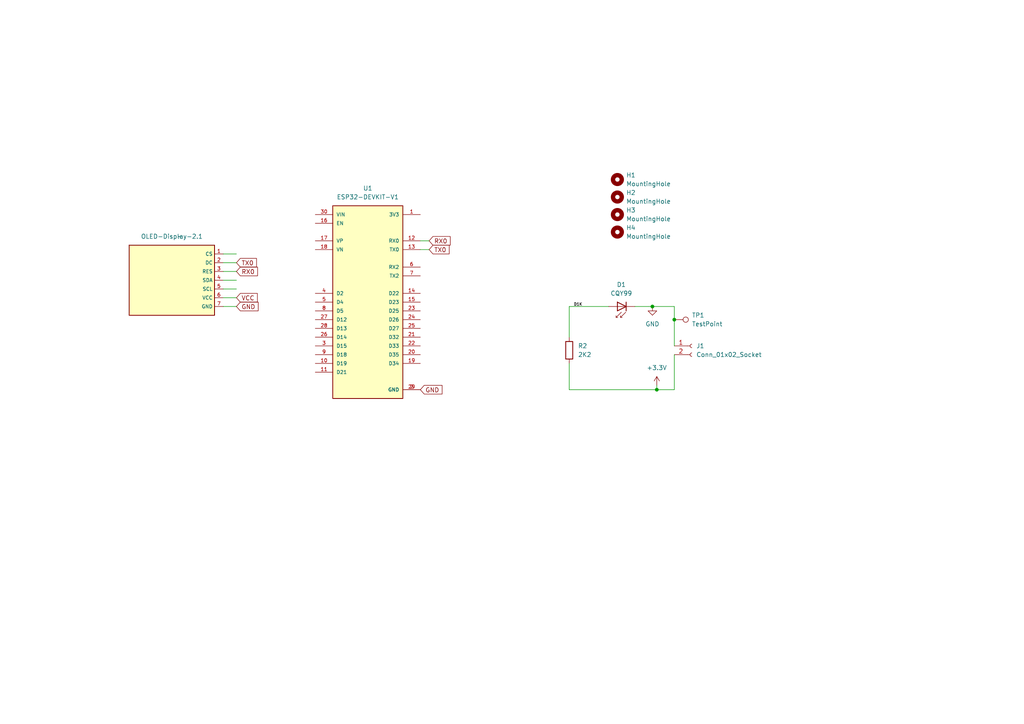
<source format=kicad_sch>
(kicad_sch (version 20230121) (generator eeschema)
  (paper "A4")
  (lib_symbols
    (symbol "Connector:Conn_01x02_Socket" (pin_names (offset 1.016) hide)
      (property "Reference" "J" (at 0 2.54 0))
      (property "Value" "Conn_01x02_Socket" (at 0 -5.08 0))
      (symbol "Conn_01x02_Socket_1_1"
        (arc (start 0 -2.032) (mid -0.5058 -2.54) (end 0 -3.048) (stroke (width 0.1524)))
        (polyline (pts (xy -1.27 -2.54) (xy -0.508 -2.54)) (stroke (width 0.1524)))
        (polyline (pts (xy -1.27 0) (xy -0.508 0)) (stroke (width 0.1524)))
        (arc (start 0 0.508) (mid -0.5058 0) (end 0 -0.508) (stroke (width 0.1524)))
        (pin passive line (at -5.08 0 0) (length 3.81) (name "Pin_1") (number "1"))
        (pin passive line (at -5.08 -2.54 0) (length 3.81) (name "Pin_2") (number "2"))
      )
    )
    (symbol "Connector:TestPoint" (pin_numbers hide) (pin_names (offset 0.762) hide)
      (property "Reference" "TP" (at 0 6.858 0))
      (property "Value" "TestPoint" (at 0 5.08 0))
      (symbol "TestPoint_0_1"
        (circle (center 0 3.302) (radius 0.762))
      )
      (symbol "TestPoint_1_1"
        (pin passive line (at 0 0 90) (length 2.54) (name "1") (number "1"))
      )
    )
    (symbol "Device:R" (pin_numbers hide) (pin_names (offset 0))
      (property "Reference" "R" (at 2.032 0 90))
      (property "Value" "R" (at 0 0 90))
      (symbol "R_0_1"
        (rectangle (start -1.016 -2.54) (end 1.016 2.54) (stroke (width 0.254)))
      )
      (symbol "R_1_1"
        (pin passive line (at 0 3.81 270) (length 1.27) (name "~") (number "1"))
        (pin passive line (at 0 -3.81 90) (length 1.27) (name "~") (number "2"))
      )
    )
    (symbol "ESP32-DEVKIT-V1:ESP32-DEVKIT-V1" (pin_names (offset 1.016))
      (property "Reference" "U" (at -10.16 30.48 0))
      (property "Value" "ESP32-DEVKIT-V1" (at -10.16 -30.48 0))
      (symbol "ESP32-DEVKIT-V1_0_0"
        (rectangle (start -10.16 -27.94) (end 10.16 27.94) (stroke (width 0.254)) (fill (type background)))
        (pin output line (at 15.24 25.4 180) (length 5.08) (name "3V3") (number "1"))
        (pin bidirectional line (at -15.24 -17.78 0) (length 5.08) (name "D19") (number "10"))
        (pin bidirectional line (at -15.24 -20.32 0) (length 5.08) (name "D21") (number "11"))
        (pin input line (at 15.24 17.78 180) (length 5.08) (name "RX0") (number "12"))
        (pin output line (at 15.24 15.24 180) (length 5.08) (name "TX0") (number "13"))
        (pin bidirectional line (at 15.24 2.54 180) (length 5.08) (name "D22") (number "14"))
        (pin bidirectional line (at 15.24 0 180) (length 5.08) (name "D23") (number "15"))
        (pin input line (at -15.24 22.86 0) (length 5.08) (name "EN") (number "16"))
        (pin bidirectional line (at -15.24 17.78 0) (length 5.08) (name "VP") (number "17"))
        (pin bidirectional line (at -15.24 15.24 0) (length 5.08) (name "VN") (number "18"))
        (pin bidirectional line (at 15.24 -17.78 180) (length 5.08) (name "D34") (number "19"))
        (pin power_in line (at 15.24 -25.4 180) (length 5.08) (name "GND") (number "2"))
        (pin bidirectional line (at 15.24 -15.24 180) (length 5.08) (name "D35") (number "20"))
        (pin bidirectional line (at 15.24 -10.16 180) (length 5.08) (name "D32") (number "21"))
        (pin bidirectional line (at 15.24 -12.7 180) (length 5.08) (name "D33") (number "22"))
        (pin bidirectional line (at 15.24 -2.54 180) (length 5.08) (name "D25") (number "23"))
        (pin bidirectional line (at 15.24 -5.08 180) (length 5.08) (name "D26") (number "24"))
        (pin bidirectional line (at 15.24 -7.62 180) (length 5.08) (name "D27") (number "25"))
        (pin bidirectional line (at -15.24 -10.16 0) (length 5.08) (name "D14") (number "26"))
        (pin bidirectional line (at -15.24 -5.08 0) (length 5.08) (name "D12") (number "27"))
        (pin bidirectional line (at -15.24 -7.62 0) (length 5.08) (name "D13") (number "28"))
        (pin power_in line (at 15.24 -25.4 180) (length 5.08) (name "GND") (number "29"))
        (pin bidirectional line (at -15.24 -12.7 0) (length 5.08) (name "D15") (number "3"))
        (pin input line (at -15.24 25.4 0) (length 5.08) (name "VIN") (number "30"))
        (pin bidirectional line (at -15.24 2.54 0) (length 5.08) (name "D2") (number "4"))
        (pin bidirectional line (at -15.24 0 0) (length 5.08) (name "D4") (number "5"))
        (pin input line (at 15.24 10.16 180) (length 5.08) (name "RX2") (number "6"))
        (pin output line (at 15.24 7.62 180) (length 5.08) (name "TX2") (number "7"))
        (pin bidirectional line (at -15.24 -2.54 0) (length 5.08) (name "D5") (number "8"))
        (pin bidirectional line (at -15.24 -15.24 0) (length 5.08) (name "D18") (number "9"))
      )
    )
    (symbol "LED:CQY99" (pin_numbers hide) (pin_names (offset 1.016) hide)
      (property "Reference" "D" (at 0.508 1.778 0))
      (property "Value" "CQY99" (at -1.016 -2.794 0))
      (symbol "CQY99_0_1"
        (polyline (pts (xy -2.54 1.27) (xy -2.54 -1.27)) (stroke (width 0.254)))
        (polyline (pts (xy 0 0) (xy -2.54 0)))
        (polyline (pts (xy 0.381 3.175) (xy -0.127 3.175)))
        (polyline (pts (xy -1.143 1.651) (xy 0.381 3.175) (xy 0.381 2.667)))
        (polyline (pts (xy 0 -1.27) (xy -2.54 0) (xy 0 1.27) (xy 0 -1.27)) (stroke (width 0.254)))
        (polyline (pts (xy -2.413 1.651) (xy -0.889 3.175) (xy -0.889 2.667) (xy -0.889 3.175) (xy -1.397 3.175)))
      )
      (symbol "CQY99_1_1"
        (pin passive line (at -5.08 0 0) (length 2.54) (name "K") (number "1"))
        (pin passive line (at 2.54 0 180) (length 2.54) (name "A") (number "2"))
      )
    )
    (symbol "Mechanical:MountingHole" (pin_names (offset 1.016))
      (property "Reference" "H" (at 0 5.08 0))
      (property "Value" "MountingHole" (at 0 3.175 0))
      (symbol "MountingHole_0_1"
        (circle (center 0 0) (radius 1.27) (stroke (width 1.27)))
      )
    )
    (symbol "OLED-DISPLAY-CUSTOM:OLED_Display_2.42"
      (property "Reference" "OLED-Display-2.42" (at 1.27 -1.27 0))
      (symbol "OLED_Display_2.42_1_1"
        (rectangle (start -14.605 -2.54) (end 10.16 -22.86) (stroke (width 0.254)) (fill (type background)))
        (pin input line (at 12.7 -5.08 180) (length 2.54) (name "CS") (number "1"))
        (pin input line (at 12.7 -7.62 180) (length 2.54) (name "DC") (number "2"))
        (pin input line (at 12.7 -10.16 180) (length 2.54) (name "RES") (number "3"))
        (pin input line (at 12.7 -12.7 180) (length 2.54) (name "SDA") (number "4"))
        (pin input line (at 12.7 -15.24 180) (length 2.54) (name "SCL") (number "5"))
        (pin input line (at 12.7 -17.78 180) (length 2.54) (name "VCC") (number "6"))
        (pin input line (at 12.7 -20.32 180) (length 2.54) (name "GND") (number "7"))
      )
    )
    (symbol "power:+3.3V" (power) (pin_names (offset 0))
      (property "Value" "+3.3V" (at 0 3.556 0))
      (symbol "+3.3V_0_1"
        (polyline (pts (xy -0.762 1.27) (xy 0 2.54)))
        (polyline (pts (xy 0 0) (xy 0 2.54)))
        (polyline (pts (xy 0 2.54) (xy 0.762 1.27)))
      )
      (symbol "+3.3V_1_1"
        (pin power_in line (at 0 0 90) (length 0) hide (name "+3.3V") (number "1"))
      )
    )
    (symbol "power:GND" (power) (pin_names (offset 0))
      (property "Value" "GND" (at 0 -3.81 0))
      (symbol "GND_0_1"
        (polyline (pts (xy 0 0) (xy 0 -1.27) (xy 1.27 -1.27) (xy 0 -2.54) (xy -1.27 -1.27) (xy 0 -1.27)))
      )
      (symbol "GND_1_1"
        (pin power_in line (at 0 0 270) (length 0) hide (name "GND") (number "1"))
      )
    )
  )
  (junction (at 195.58 92.71))
  (junction (at 189.23 88.9))
  (junction (at 190.5 113.03))
  (wire (pts (xy 121.92 72.39) (xy 124.46 72.39)))
  (wire (pts (xy 195.58 92.71) (xy 195.58 100.33)))
  (wire (pts (xy 121.92 69.85) (xy 124.46 69.85)))
  (wire (pts (xy 195.58 113.03) (xy 195.58 102.87)))
  (wire (pts (xy 165.1 88.9) (xy 176.53 88.9)))
  (wire (pts (xy 165.1 113.03) (xy 190.5 113.03)))
  (wire (pts (xy 64.77 86.36) (xy 68.58 86.36)))
  (wire (pts (xy 165.1 105.41) (xy 165.1 113.03)))
  (wire (pts (xy 64.77 73.66) (xy 68.58 73.66)))
  (wire (pts (xy 184.15 88.9) (xy 189.23 88.9)))
  (wire (pts (xy 64.77 81.28) (xy 68.58 81.28)))
  (wire (pts (xy 64.77 76.2) (xy 68.58 76.2)))
  (wire (pts (xy 190.5 113.03) (xy 190.5 111.76)))
  (wire (pts (xy 190.5 113.03) (xy 195.58 113.03)))
  (wire (pts (xy 64.77 88.9) (xy 68.58 88.9)))
  (wire (pts (xy 64.77 83.82) (xy 68.58 83.82)))
  (wire (pts (xy 195.58 88.9) (xy 195.58 92.71)))
  (wire (pts (xy 64.77 78.74) (xy 68.58 78.74)))
  (wire (pts (xy 189.23 88.9) (xy 195.58 88.9)))
  (wire (pts (xy 165.1 88.9) (xy 165.1 97.79)))
  (label "D1K" (at 166.37 88.9 0) (effects (font (size 0.8 0.8))))
  (global_label "RX0" (shape input) (at 68.58 78.74 0) (property "Intersheetrefs" "${INTERSHEET_REFS}" (effects hide)))
  (global_label "TX0" (shape input) (at 68.58 76.2 0) (property "Intersheetrefs" "${INTERSHEET_REFS}" (effects hide)))
  (global_label "GND" (shape input) (at 68.58 88.9 0) (property "Intersheetrefs" "${INTERSHEET_REFS}" (effects hide)))
  (global_label "GND" (shape input) (at 121.92 113.03 0) (property "Intersheetrefs" "${INTERSHEET_REFS}" (effects hide)))
  (global_label "RX0" (shape input) (at 124.46 69.85 0) (property "Intersheetrefs" "${INTERSHEET_REFS}" (effects hide)))
  (global_label "VCC" (shape input) (at 68.58 86.36 0) (property "Intersheetrefs" "${INTERSHEET_REFS}" (effects hide)))
  (global_label "TX0" (shape input) (at 124.46 72.39 0) (property "Intersheetrefs" "${INTERSHEET_REFS}" (effects hide)))
  (symbol (lib_id "LED:CQY99") (at 179.07 88.9 180) (unit 1)
    (property "Reference" "D1" (at 180.213 82.55 0))
    (property "Value" "CQY99" (at 180.213 85.09 0))
    (property "Footprint" "LED_THT:LED_D5.0mm_IRGrey" (effects hide))
    (property "Datasheet" "https://www.prtice.info/IMG/pdf/CQY99.pdf" (effects hide))
  )
  (symbol (lib_id "Device:R") (at 165.1 101.6 0) (unit 1)
    (property "Reference" "R2" (at 167.64 100.33 0) (effects (justify left)))
    (property "Value" "2K2" (at 167.64 102.87 0) (effects (justify left)))
    (property "Footprint" "Resistor_THT:R_Axial_DIN0207_L6.3mm_D2.5mm_P10.16mm_Horizontal" (effects hide))
  )
  (symbol (lib_id "Mechanical:MountingHole") (at 179.07 52.07 0) (unit 1)
    (property "Reference" "H1" (at 181.61 50.8 0) (effects (justify left)))
    (property "Value" "MountingHole" (at 181.61 53.34 0) (effects (justify left)))
    (property "Footprint" "MountingHole:MountingHole_3.2mm_M3" (effects hide))
  )
  (symbol (lib_id "Mechanical:MountingHole") (at 179.07 62.23 0) (unit 1)
    (property "Reference" "H3" (at 181.61 60.96 0) (effects (justify left)))
    (property "Value" "MountingHole" (at 181.61 63.5 0) (effects (justify left)))
    (property "Footprint" "MountingHole:MountingHole_3.2mm_M3" (effects hide))
  )
  (symbol (lib_id "Mechanical:MountingHole") (at 179.07 67.31 0) (unit 1)
    (property "Reference" "H4" (at 181.61 66.04 0) (effects (justify left)))
    (property "Value" "MountingHole" (at 181.61 68.58 0) (effects (justify left)))
    (property "Footprint" "MountingHole:MountingHole_3.2mm_M3" (effects hide))
  )
  (symbol (lib_id "ESP32-DEVKIT-V1:ESP32-DEVKIT-V1") (at 106.68 87.63 0) (unit 1)
    (property "Reference" "U1" (at 106.68 54.61 0))
    (property "Value" "ESP32-DEVKIT-V1" (at 106.68 57.15 0))
    (property "Footprint" "MODULE_ESP32_DEVKIT_V1" (effects hide))
    (property "PARTREV" "N/A" (effects hide))
    (property "STANDARD" "Manufacturer Recommendations" (effects hide))
    (property "MAXIMUM_PACKAGE_HEIGHT" "6.8 mm" (effects hide))
    (property "MANUFACTURER" "DOIT" (effects hide))
  )
  (symbol (lib_id "Connector:TestPoint") (at 195.58 92.71 270) (unit 1)
    (property "Reference" "TP1" (at 200.66 91.44 90) (effects (justify left)))
    (property "Value" "TestPoint" (at 200.66 93.98 90) (effects (justify left)))
    (property "Footprint" "TestPoint:TestPoint_THTPad_2.0x2.0mm_Drill1.0mm" (effects hide))
  )
  (symbol (lib_id "Connector:Conn_01x02_Socket") (at 200.66 100.33 0) (unit 1)
    (property "Reference" "J1" (at 201.93 100.33 0) (effects (justify left)))
    (property "Value" "Conn_01x02_Socket" (at 201.93 102.87 0) (effects (justify left)))
    (property "Footprint" "Connector_PinHeader_2.54mm:PinHeader_1x02_P2.54mm_Vertical" (effects hide))
  )
  (symbol (lib_id "OLED-DISPLAY-CUSTOM:OLED_Display_2.42") (at 52.07 68.58 0) (unit 1)
    (property "Reference" "OLED-Display-2.1" (at 49.8475 68.58 0))
    (property "Value" "~" (at 52.07 68.58 0))
    (property "Footprint" "OLED-DISPLAY-CUSTOM:OLED Display 2.42" (effects hide))
  )
  (symbol (lib_id "power:GND") (at 189.23 88.9 0) (unit 1)
    (property "Reference" "#PWR02" (effects hide))
    (property "Value" "GND" (at 189.23 93.98 0))
  )
  (symbol (lib_id "power:+3.3V") (at 190.5 111.76 0) (unit 1)
    (property "Reference" "#PWR01" (effects hide))
    (property "Value" "+3.3V" (at 190.5 106.68 0))
  )
  (symbol (lib_id "Mechanical:MountingHole") (at 179.07 57.15 0) (unit 1)
    (property "Reference" "H2" (at 181.61 55.88 0) (effects (justify left)))
    (property "Value" "MountingHole" (at 181.61 58.42 0) (effects (justify left)))
    (property "Footprint" "MountingHole:MountingHole_3.2mm_M3" (effects hide))
  )
)
</source>
